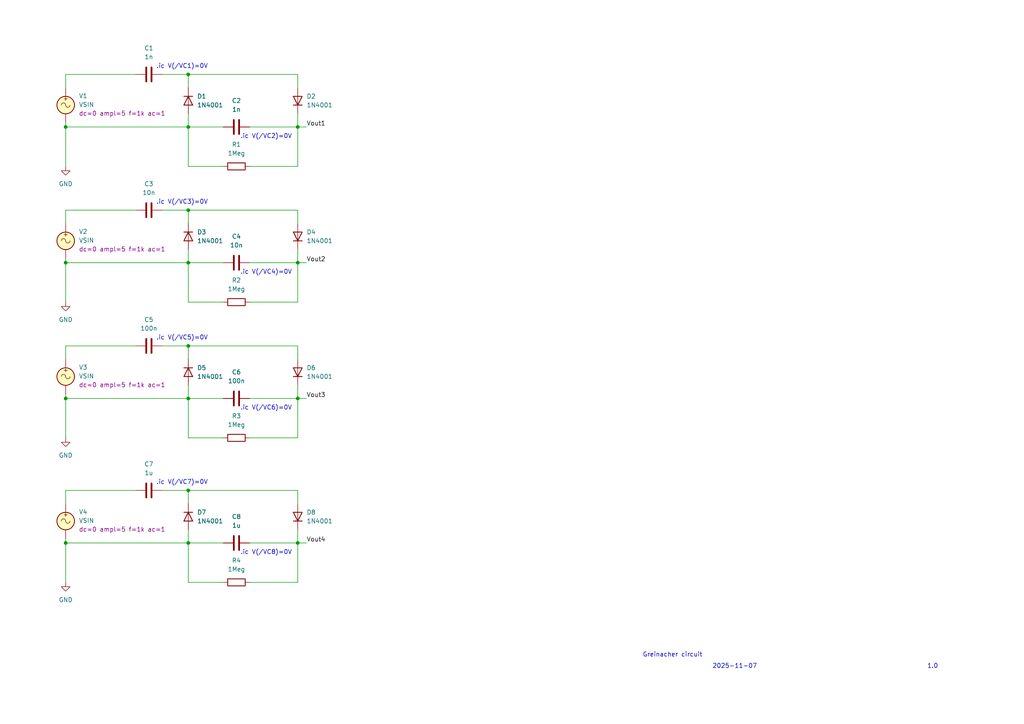
<source format=kicad_sch>
(kicad_sch (version 20250114) (generator "eeschema") (generator_version "9.0")
  (paper "A4")
  (lib_symbols
    (symbol "Device:C" (pin_numbers (hide yes)) (pin_names (offset 0.254))
      (property "Reference" "C" (at 0.635 2.54 0))
      (property "Value" "C" (at 0.635 -2.54 0))
      (symbol "C_0_1"
        (polyline (pts (xy -2.032 0.762) (xy 2.032 0.762)) (stroke (width 0.508)))
        (polyline (pts (xy -2.032 -0.762) (xy 2.032 -0.762)) (stroke (width 0.508)))
      )
      (symbol "C_1_1"
        (pin passive line (at 0 3.81 270) (length 2.794) (name "~") (number "1"))
        (pin passive line (at 0 -3.81 90) (length 2.794) (name "~") (number "2"))
      )
    )
    (symbol "Device:R" (pin_numbers (hide yes)) (pin_names (offset 0))
      (property "Reference" "R" (at 2.032 0 90))
      (property "Value" "R" (at 0 0 90))
      (symbol "R_0_1"
        (rectangle (start -1.016 -2.54) (end 1.016 2.54) (stroke (width 0.254)))
      )
      (symbol "R_1_1"
        (pin passive line (at 0 3.81 270) (length 1.27) (name "~") (number "1"))
        (pin passive line (at 0 -3.81 90) (length 1.27) (name "~") (number "2"))
      )
    )
    (symbol "Diode:1N4001" (pin_numbers (hide yes)) (pin_names (hide yes))
      (property "Reference" "D" (at 0 2.54 0))
      (property "Value" "1N4001" (at 0 -2.54 0))
      (symbol "1N4001_0_1"
        (polyline (pts (xy -1.27 1.27) (xy -1.27 -1.27)) (stroke (width 0.254)))
        (polyline (pts (xy 1.27 1.27) (xy 1.27 -1.27) (xy -1.27 0) (xy 1.27 1.27)) (stroke (width 0.254)))
        (polyline (pts (xy 1.27 0) (xy -1.27 0)))
      )
      (symbol "1N4001_1_1"
        (pin passive line (at -3.81 0 0) (length 2.54) (name "K") (number "1"))
        (pin passive line (at 3.81 0 180) (length 2.54) (name "A") (number "2"))
      )
    )
    (symbol "Simulation_SPICE:VSIN" (pin_numbers (hide yes)) (pin_names (offset 0.0254))
      (property "Reference" "V" (at 2.54 2.54 0))
      (property "Value" "VSIN" (at 2.54 0 0))
      (property "Sim.Params" "dc=0 ampl=1 f=1k ac=1" (at 2.54 -2.54 0))
      (symbol "VSIN_0_0"
        (arc (start -1.27 0) (mid -0.635 0.6323) (end 0 0))
        (arc (start 1.27 0) (mid 0.635 -0.6323) (end 0 0))
        (text "+" (at 0 1.905 0) (effects (font (size 1.27 1.27))))
      )
      (symbol "VSIN_0_1"
        (circle (center 0 0) (radius 2.54) (stroke (width 0.254)) (fill (type background)))
      )
      (symbol "VSIN_1_1"
        (pin passive line (at 0 5.08 270) (length 2.54) (name "~") (number "1"))
        (pin passive line (at 0 -5.08 90) (length 2.54) (name "~") (number "2"))
      )
    )
    (symbol "power:GND" (power) (pin_numbers (hide yes)) (pin_names (offset 0) (hide yes))
      (property "Value" "GND" (at 0 -3.81 0))
      (symbol "GND_0_1"
        (polyline (pts (xy 0 0) (xy 0 -1.27) (xy 1.27 -1.27) (xy 0 -2.54) (xy -1.27 -1.27) (xy 0 -1.27)))
      )
      (symbol "GND_1_1"
        (pin power_in line (at 0 0 270) (length 0) (name "~") (number "1"))
      )
    )
  )
  (text "1.0" (at 270.51 193.294 0) (effects (font (size 1.27 1.27))))
  (text ".ic V(/VC5)=0V" (at 52.832 98.044 0) (effects (font (size 1.27 1.27))))
  (text ".ic V(/VC2)=0V" (at 77.216 39.624 0) (effects (font (size 1.27 1.27))))
  (text ".ic V(/VC3)=0V" (at 52.832 58.674 0) (effects (font (size 1.27 1.27))))
  (text "1.0" (at 392.684 280.416 0) (effects (font (size 1.27 1.27))))
  (text "Greinacher circuit" (at 195.072 189.992 0) (effects (font (size 1.27 1.27))))
  (text "2025-11-07" (at 335.026 280.416 0) (effects (font (size 1.27 1.27))))
  (text "Villard Voltage Doubler" (at 320.294 276.606 0) (effects (font (size 1.27 1.27))))
  (text "2025-11-07" (at 213.106 193.294 0) (effects (font (size 1.27 1.27))))
  (text ".ic V(/VC1)=0V" (at 52.832 19.304 0) (effects (font (size 1.27 1.27))))
  (text ".ic V(/VC6)=0V" (at 77.216 118.364 0) (effects (font (size 1.27 1.27))))
  (text ".ic V(/VC8)=0V" (at 77.216 160.274 0) (effects (font (size 1.27 1.27))))
  (text ".ic V(/VC7)=0V" (at 52.832 139.954 0) (effects (font (size 1.27 1.27))))
  (text ".ic V(/VC4)=0V" (at 77.216 78.994 0) (effects (font (size 1.27 1.27))))
  (junction (at 19.05 115.57))
  (junction (at 54.61 60.96))
  (junction (at 54.61 36.83))
  (junction (at 54.61 142.24))
  (junction (at 19.05 76.2))
  (junction (at 54.61 76.2))
  (junction (at 19.05 36.83))
  (junction (at 54.61 157.48))
  (junction (at 86.36 157.48))
  (junction (at 86.36 115.57))
  (junction (at 19.05 157.48))
  (junction (at 86.36 36.83))
  (junction (at 86.36 76.2))
  (junction (at 54.61 100.33))
  (junction (at 54.61 21.59))
  (junction (at 54.61 115.57))
  (wire (pts (xy 54.61 72.39) (xy 54.61 76.2)))
  (wire (pts (xy 86.36 111.76) (xy 86.36 115.57)))
  (wire (pts (xy 19.05 115.57) (xy 54.61 115.57)))
  (wire (pts (xy 88.9 115.57) (xy 86.36 115.57)))
  (wire (pts (xy 54.61 115.57) (xy 64.77 115.57)))
  (wire (pts (xy 86.36 33.02) (xy 86.36 36.83)))
  (wire (pts (xy 46.99 60.96) (xy 54.61 60.96)))
  (wire (pts (xy 86.36 104.14) (xy 86.36 100.33)))
  (wire (pts (xy 72.39 115.57) (xy 86.36 115.57)))
  (wire (pts (xy 54.61 33.02) (xy 54.61 36.83)))
  (wire (pts (xy 46.99 142.24) (xy 54.61 142.24)))
  (wire (pts (xy 54.61 111.76) (xy 54.61 115.57)))
  (wire (pts (xy 19.05 36.83) (xy 19.05 35.56)))
  (wire (pts (xy 19.05 76.2) (xy 54.61 76.2)))
  (wire (pts (xy 54.61 157.48) (xy 64.77 157.48)))
  (wire (pts (xy 54.61 48.26) (xy 54.61 36.83)))
  (wire (pts (xy 64.77 168.91) (xy 54.61 168.91)))
  (wire (pts (xy 19.05 142.24) (xy 39.37 142.24)))
  (wire (pts (xy 86.36 60.96) (xy 54.61 60.96)))
  (wire (pts (xy 86.36 87.63) (xy 86.36 76.2)))
  (wire (pts (xy 86.36 168.91) (xy 86.36 157.48)))
  (wire (pts (xy 86.36 48.26) (xy 86.36 36.83)))
  (wire (pts (xy 54.61 76.2) (xy 64.77 76.2)))
  (wire (pts (xy 54.61 87.63) (xy 54.61 76.2)))
  (wire (pts (xy 54.61 36.83) (xy 64.77 36.83)))
  (wire (pts (xy 88.9 76.2) (xy 86.36 76.2)))
  (wire (pts (xy 86.36 153.67) (xy 86.36 157.48)))
  (wire (pts (xy 86.36 21.59) (xy 54.61 21.59)))
  (wire (pts (xy 19.05 36.83) (xy 54.61 36.83)))
  (wire (pts (xy 19.05 36.83) (xy 19.05 48.26)))
  (wire (pts (xy 86.36 25.4) (xy 86.36 21.59)))
  (wire (pts (xy 86.36 100.33) (xy 54.61 100.33)))
  (wire (pts (xy 54.61 60.96) (xy 54.61 64.77)))
  (wire (pts (xy 64.77 48.26) (xy 54.61 48.26)))
  (wire (pts (xy 19.05 64.77) (xy 19.05 60.96)))
  (wire (pts (xy 19.05 76.2) (xy 19.05 74.93)))
  (wire (pts (xy 64.77 127) (xy 54.61 127)))
  (wire (pts (xy 54.61 142.24) (xy 54.61 146.05)))
  (wire (pts (xy 72.39 168.91) (xy 86.36 168.91)))
  (wire (pts (xy 72.39 87.63) (xy 86.36 87.63)))
  (wire (pts (xy 72.39 76.2) (xy 86.36 76.2)))
  (wire (pts (xy 54.61 127) (xy 54.61 115.57)))
  (wire (pts (xy 19.05 60.96) (xy 39.37 60.96)))
  (wire (pts (xy 19.05 21.59) (xy 39.37 21.59)))
  (wire (pts (xy 46.99 21.59) (xy 54.61 21.59)))
  (wire (pts (xy 54.61 168.91) (xy 54.61 157.48)))
  (wire (pts (xy 19.05 157.48) (xy 19.05 168.91)))
  (wire (pts (xy 86.36 127) (xy 86.36 115.57)))
  (wire (pts (xy 54.61 153.67) (xy 54.61 157.48)))
  (wire (pts (xy 86.36 142.24) (xy 54.61 142.24)))
  (wire (pts (xy 72.39 157.48) (xy 86.36 157.48)))
  (wire (pts (xy 19.05 157.48) (xy 19.05 156.21)))
  (wire (pts (xy 19.05 25.4) (xy 19.05 21.59)))
  (wire (pts (xy 19.05 115.57) (xy 19.05 114.3)))
  (wire (pts (xy 19.05 146.05) (xy 19.05 142.24)))
  (wire (pts (xy 72.39 48.26) (xy 86.36 48.26)))
  (wire (pts (xy 72.39 127) (xy 86.36 127)))
  (wire (pts (xy 64.77 87.63) (xy 54.61 87.63)))
  (wire (pts (xy 54.61 100.33) (xy 54.61 104.14)))
  (wire (pts (xy 88.9 36.83) (xy 86.36 36.83)))
  (wire (pts (xy 19.05 76.2) (xy 19.05 87.63)))
  (wire (pts (xy 19.05 115.57) (xy 19.05 127)))
  (wire (pts (xy 19.05 100.33) (xy 39.37 100.33)))
  (wire (pts (xy 19.05 104.14) (xy 19.05 100.33)))
  (wire (pts (xy 46.99 100.33) (xy 54.61 100.33)))
  (wire (pts (xy 86.36 146.05) (xy 86.36 142.24)))
  (wire (pts (xy 72.39 36.83) (xy 86.36 36.83)))
  (wire (pts (xy 19.05 157.48) (xy 54.61 157.48)))
  (wire (pts (xy 86.36 64.77) (xy 86.36 60.96)))
  (wire (pts (xy 88.9 157.48) (xy 86.36 157.48)))
  (wire (pts (xy 54.61 21.59) (xy 54.61 25.4)))
  (wire (pts (xy 86.36 72.39) (xy 86.36 76.2)))
  (label "Vout3" (at 88.9 115.57 0))
  (label "Vout2" (at 88.9 76.2 0))
  (label "Vout1" (at 88.9 36.83 0))
  (label "Vout4" (at 88.9 157.48 0))
  (symbol (lib_id "power:GND") (at 19.05 87.63 0) (unit 1)
    (property "Reference" "#PWR02" (effects (hide yes)))
    (property "Value" "GND" (at 19.05 92.71 0))
    (property "Description" "Power symbol creates a global label with name \"GND\" , ground" (effects (hide yes)))
  )
  (symbol (lib_id "Simulation_SPICE:VSIN") (at 19.05 30.48 0) (unit 1)
    (property "Reference" "V1" (at 22.86 27.8101 0) (effects (justify left)))
    (property "Value" "VSIN" (at 22.86 30.3501 0) (effects (justify left)))
    (property "Datasheet" "https://ngspice.sourceforge.io/docs/ngspice-html-manual/manual.xhtml#sec_Independent_Sources_for" (effects (hide yes)))
    (property "Description" "Voltage source, sinusoidal" (effects (hide yes)))
    (property "Sim.Pins" "1=+ 2=-" (effects (hide yes)))
    (property "Sim.Params" "dc=0 ampl=5 f=1k ac=1" (at 22.86 32.8901 0) (effects (justify left)))
    (property "Sim.Type" "SIN" (effects (hide yes)))
    (property "Sim.Device" "V" (effects (hide yes)))
  )
  (symbol (lib_id "Device:C") (at 68.58 76.2 90) (unit 1)
    (property "Reference" "C4" (at 68.58 68.58 90))
    (property "Value" "10n" (at 68.58 71.12 90))
    (property "Description" "Unpolarized capacitor" (effects (hide yes)))
  )
  (symbol (lib_id "Diode:1N4001") (at 86.36 149.86 90) (unit 1)
    (property "Reference" "D8" (at 88.9 148.5899 90) (effects (justify right)))
    (property "Value" "1N4001" (at 88.9 151.1299 90) (effects (justify right)))
    (property "Footprint" "Diode_THT:D_DO-41_SOD81_P10.16mm_Horizontal" (effects (hide yes)))
    (property "Datasheet" "http://www.vishay.com/docs/88503/1n4001.pdf" (effects (hide yes)))
    (property "Description" "50V 1A General Purpose Rectifier Diode, DO-41" (effects (hide yes)))
    (property "Sim.Device" "D" (effects (hide yes)))
    (property "Sim.Pins" "1=K 2=A" (effects (hide yes)))
  )
  (symbol (lib_id "Device:C") (at 68.58 115.57 90) (unit 1)
    (property "Reference" "C6" (at 68.58 107.95 90))
    (property "Value" "100n" (at 68.58 110.49 90))
    (property "Description" "Unpolarized capacitor" (effects (hide yes)))
  )
  (symbol (lib_id "Simulation_SPICE:VSIN") (at 19.05 151.13 0) (unit 1)
    (property "Reference" "V4" (at 22.86 148.4601 0) (effects (justify left)))
    (property "Value" "VSIN" (at 22.86 151.0001 0) (effects (justify left)))
    (property "Datasheet" "https://ngspice.sourceforge.io/docs/ngspice-html-manual/manual.xhtml#sec_Independent_Sources_for" (effects (hide yes)))
    (property "Description" "Voltage source, sinusoidal" (effects (hide yes)))
    (property "Sim.Pins" "1=+ 2=-" (effects (hide yes)))
    (property "Sim.Params" "dc=0 ampl=5 f=1k ac=1" (at 22.86 153.5401 0) (effects (justify left)))
    (property "Sim.Type" "SIN" (effects (hide yes)))
    (property "Sim.Device" "V" (effects (hide yes)))
  )
  (symbol (lib_id "Simulation_SPICE:VSIN") (at 19.05 69.85 0) (unit 1)
    (property "Reference" "V2" (at 22.86 67.1801 0) (effects (justify left)))
    (property "Value" "VSIN" (at 22.86 69.7201 0) (effects (justify left)))
    (property "Datasheet" "https://ngspice.sourceforge.io/docs/ngspice-html-manual/manual.xhtml#sec_Independent_Sources_for" (effects (hide yes)))
    (property "Description" "Voltage source, sinusoidal" (effects (hide yes)))
    (property "Sim.Pins" "1=+ 2=-" (effects (hide yes)))
    (property "Sim.Params" "dc=0 ampl=5 f=1k ac=1" (at 22.86 72.2601 0) (effects (justify left)))
    (property "Sim.Type" "SIN" (effects (hide yes)))
    (property "Sim.Device" "V" (effects (hide yes)))
  )
  (symbol (lib_id "Diode:1N4001") (at 86.36 68.58 90) (unit 1)
    (property "Reference" "D4" (at 88.9 67.3099 90) (effects (justify right)))
    (property "Value" "1N4001" (at 88.9 69.8499 90) (effects (justify right)))
    (property "Footprint" "Diode_THT:D_DO-41_SOD81_P10.16mm_Horizontal" (effects (hide yes)))
    (property "Datasheet" "http://www.vishay.com/docs/88503/1n4001.pdf" (effects (hide yes)))
    (property "Description" "50V 1A General Purpose Rectifier Diode, DO-41" (effects (hide yes)))
    (property "Sim.Device" "D" (effects (hide yes)))
    (property "Sim.Pins" "1=K 2=A" (effects (hide yes)))
  )
  (symbol (lib_id "Device:C") (at 43.18 100.33 90) (unit 1)
    (property "Reference" "C5" (at 43.18 92.71 90))
    (property "Value" "100n" (at 43.18 95.25 90))
    (property "Description" "Unpolarized capacitor" (effects (hide yes)))
  )
  (symbol (lib_id "power:GND") (at 19.05 168.91 0) (unit 1)
    (property "Reference" "#PWR04" (effects (hide yes)))
    (property "Value" "GND" (at 19.05 173.99 0))
    (property "Description" "Power symbol creates a global label with name \"GND\" , ground" (effects (hide yes)))
  )
  (symbol (lib_id "Diode:1N4001") (at 54.61 29.21 270) (unit 1)
    (property "Reference" "D1" (at 57.15 27.9399 90) (effects (justify left)))
    (property "Value" "1N4001" (at 57.15 30.4799 90) (effects (justify left)))
    (property "Footprint" "Diode_THT:D_DO-41_SOD81_P10.16mm_Horizontal" (effects (hide yes)))
    (property "Datasheet" "http://www.vishay.com/docs/88503/1n4001.pdf" (effects (hide yes)))
    (property "Description" "50V 1A General Purpose Rectifier Diode, DO-41" (effects (hide yes)))
    (property "Sim.Device" "D" (effects (hide yes)))
    (property "Sim.Pins" "1=K 2=A" (effects (hide yes)))
  )
  (symbol (lib_id "Diode:1N4001") (at 86.36 29.21 90) (unit 1)
    (property "Reference" "D2" (at 88.9 27.9399 90) (effects (justify right)))
    (property "Value" "1N4001" (at 88.9 30.4799 90) (effects (justify right)))
    (property "Footprint" "Diode_THT:D_DO-41_SOD81_P10.16mm_Horizontal" (effects (hide yes)))
    (property "Datasheet" "http://www.vishay.com/docs/88503/1n4001.pdf" (effects (hide yes)))
    (property "Description" "50V 1A General Purpose Rectifier Diode, DO-41" (effects (hide yes)))
    (property "Sim.Device" "D" (effects (hide yes)))
    (property "Sim.Pins" "1=K 2=A" (effects (hide yes)))
  )
  (symbol (lib_id "Diode:1N4001") (at 54.61 149.86 270) (unit 1)
    (property "Reference" "D7" (at 57.15 148.5899 90) (effects (justify left)))
    (property "Value" "1N4001" (at 57.15 151.1299 90) (effects (justify left)))
    (property "Footprint" "Diode_THT:D_DO-41_SOD81_P10.16mm_Horizontal" (effects (hide yes)))
    (property "Datasheet" "http://www.vishay.com/docs/88503/1n4001.pdf" (effects (hide yes)))
    (property "Description" "50V 1A General Purpose Rectifier Diode, DO-41" (effects (hide yes)))
    (property "Sim.Device" "D" (effects (hide yes)))
    (property "Sim.Pins" "1=K 2=A" (effects (hide yes)))
  )
  (symbol (lib_id "Diode:1N4001") (at 54.61 68.58 270) (unit 1)
    (property "Reference" "D3" (at 57.15 67.3099 90) (effects (justify left)))
    (property "Value" "1N4001" (at 57.15 69.8499 90) (effects (justify left)))
    (property "Footprint" "Diode_THT:D_DO-41_SOD81_P10.16mm_Horizontal" (effects (hide yes)))
    (property "Datasheet" "http://www.vishay.com/docs/88503/1n4001.pdf" (effects (hide yes)))
    (property "Description" "50V 1A General Purpose Rectifier Diode, DO-41" (effects (hide yes)))
    (property "Sim.Device" "D" (effects (hide yes)))
    (property "Sim.Pins" "1=K 2=A" (effects (hide yes)))
  )
  (symbol (lib_id "Device:R") (at 68.58 87.63 90) (unit 1)
    (property "Reference" "R2" (at 68.58 81.28 90))
    (property "Value" "1Meg" (at 68.58 83.82 90))
    (property "Description" "Resistor" (effects (hide yes)))
  )
  (symbol (lib_id "Device:C") (at 43.18 60.96 90) (unit 1)
    (property "Reference" "C3" (at 43.18 53.34 90))
    (property "Value" "10n" (at 43.18 55.88 90))
    (property "Description" "Unpolarized capacitor" (effects (hide yes)))
  )
  (symbol (lib_id "Device:C") (at 43.18 142.24 90) (unit 1)
    (property "Reference" "C7" (at 43.18 134.62 90))
    (property "Value" "1u" (at 43.18 137.16 90))
    (property "Description" "Unpolarized capacitor" (effects (hide yes)))
  )
  (symbol (lib_id "Diode:1N4001") (at 86.36 107.95 90) (unit 1)
    (property "Reference" "D6" (at 88.9 106.6799 90) (effects (justify right)))
    (property "Value" "1N4001" (at 88.9 109.2199 90) (effects (justify right)))
    (property "Footprint" "Diode_THT:D_DO-41_SOD81_P10.16mm_Horizontal" (effects (hide yes)))
    (property "Datasheet" "http://www.vishay.com/docs/88503/1n4001.pdf" (effects (hide yes)))
    (property "Description" "50V 1A General Purpose Rectifier Diode, DO-41" (effects (hide yes)))
    (property "Sim.Device" "D" (effects (hide yes)))
    (property "Sim.Pins" "1=K 2=A" (effects (hide yes)))
  )
  (symbol (lib_id "Device:C") (at 68.58 157.48 90) (unit 1)
    (property "Reference" "C8" (at 68.58 149.86 90))
    (property "Value" "1u" (at 68.58 152.4 90))
    (property "Description" "Unpolarized capacitor" (effects (hide yes)))
  )
  (symbol (lib_id "Device:R") (at 68.58 127 90) (unit 1)
    (property "Reference" "R3" (at 68.58 120.65 90))
    (property "Value" "1Meg" (at 68.58 123.19 90))
    (property "Description" "Resistor" (effects (hide yes)))
  )
  (symbol (lib_id "Device:C") (at 68.58 36.83 90) (unit 1)
    (property "Reference" "C2" (at 68.58 29.21 90))
    (property "Value" "1n" (at 68.58 31.75 90))
    (property "Description" "Unpolarized capacitor" (effects (hide yes)))
  )
  (symbol (lib_id "Device:C") (at 43.18 21.59 90) (unit 1)
    (property "Reference" "C1" (at 43.18 13.97 90))
    (property "Value" "1n" (at 43.18 16.51 90))
    (property "Description" "Unpolarized capacitor" (effects (hide yes)))
  )
  (symbol (lib_id "Diode:1N4001") (at 54.61 107.95 270) (unit 1)
    (property "Reference" "D5" (at 57.15 106.6799 90) (effects (justify left)))
    (property "Value" "1N4001" (at 57.15 109.2199 90) (effects (justify left)))
    (property "Footprint" "Diode_THT:D_DO-41_SOD81_P10.16mm_Horizontal" (effects (hide yes)))
    (property "Datasheet" "http://www.vishay.com/docs/88503/1n4001.pdf" (effects (hide yes)))
    (property "Description" "50V 1A General Purpose Rectifier Diode, DO-41" (effects (hide yes)))
    (property "Sim.Device" "D" (effects (hide yes)))
    (property "Sim.Pins" "1=K 2=A" (effects (hide yes)))
  )
  (symbol (lib_id "Device:R") (at 68.58 48.26 90) (unit 1)
    (property "Reference" "R1" (at 68.58 41.91 90))
    (property "Value" "1Meg" (at 68.58 44.45 90))
    (property "Description" "Resistor" (effects (hide yes)))
  )
  (symbol (lib_id "Simulation_SPICE:VSIN") (at 19.05 109.22 0) (unit 1)
    (property "Reference" "V3" (at 22.86 106.5501 0) (effects (justify left)))
    (property "Value" "VSIN" (at 22.86 109.0901 0) (effects (justify left)))
    (property "Datasheet" "https://ngspice.sourceforge.io/docs/ngspice-html-manual/manual.xhtml#sec_Independent_Sources_for" (effects (hide yes)))
    (property "Description" "Voltage source, sinusoidal" (effects (hide yes)))
    (property "Sim.Pins" "1=+ 2=-" (effects (hide yes)))
    (property "Sim.Params" "dc=0 ampl=5 f=1k ac=1" (at 22.86 111.6301 0) (effects (justify left)))
    (property "Sim.Type" "SIN" (effects (hide yes)))
    (property "Sim.Device" "V" (effects (hide yes)))
  )
  (symbol (lib_id "power:GND") (at 19.05 48.26 0) (unit 1)
    (property "Reference" "#PWR01" (effects (hide yes)))
    (property "Value" "GND" (at 19.05 53.34 0))
    (property "Description" "Power symbol creates a global label with name \"GND\" , ground" (effects (hide yes)))
  )
  (symbol (lib_id "Device:R") (at 68.58 168.91 90) (unit 1)
    (property "Reference" "R4" (at 68.58 162.56 90))
    (property "Value" "1Meg" (at 68.58 165.1 90))
    (property "Description" "Resistor" (effects (hide yes)))
  )
  (symbol (lib_id "power:GND") (at 19.05 127 0) (unit 1)
    (property "Reference" "#PWR03" (effects (hide yes)))
    (property "Value" "GND" (at 19.05 132.08 0))
    (property "Description" "Power symbol creates a global label with name \"GND\" , ground" (effects (hide yes)))
  )
)
</source>
